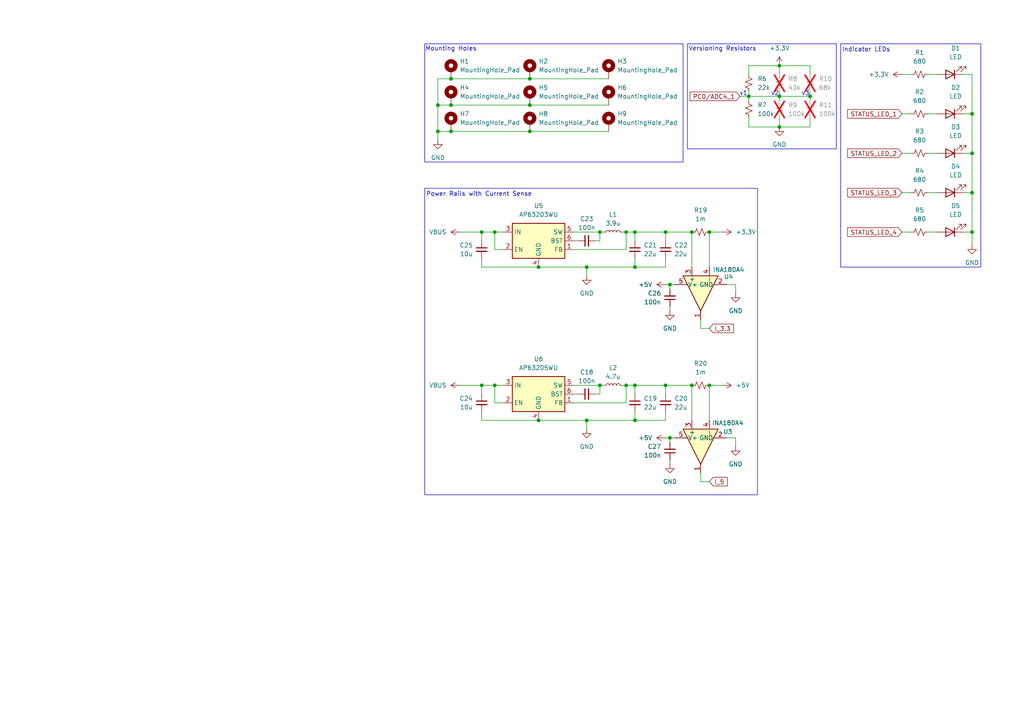
<source format=kicad_sch>
(kicad_sch (version 20250114) (generator "eeschema") (generator_version "9.0")
  (paper "A4")
  (lib_symbols
    (symbol "Amplifier_Current:INA180A4" (pin_names (offset 0.127))
      (property "Reference" "U" (at 3.81 3.81 0))
      (property "Value" "INA180A4" (at 3.81 -2.54 0))
      (symbol "INA180A4_0_1"
        (polyline (pts (xy 5.08 0) (xy -5.08 5.08) (xy -5.08 -5.08) (xy 5.08 0)) (stroke (width 0.254)) (fill (type background)))
      )
      (symbol "INA180A4_1_1"
        (pin input line (at -7.62 2.54 0) (length 2.54) (name "+") (number "3"))
        (pin input line (at -7.62 -2.54 0) (length 2.54) (name "-") (number "4"))
        (pin power_in line (at -2.54 7.62 270) (length 3.81) (name "V+") (number "5"))
        (pin power_in line (at -2.54 -7.62 90) (length 3.81) (name "GND") (number "2"))
        (pin output line (at 7.62 0 180) (length 2.54) (name "~") (number "1"))
      )
    )
    (symbol "Device:C_Small" (pin_numbers (hide yes)) (pin_names (offset 0.254) (hide yes))
      (property "Reference" "C" (at 0.254 1.778 0))
      (property "Value" "C_Small" (at 0.254 -2.032 0))
      (symbol "C_Small_0_1"
        (polyline (pts (xy -1.524 0.508) (xy 1.524 0.508)) (stroke (width 0.3048)))
        (polyline (pts (xy -1.524 -0.508) (xy 1.524 -0.508)) (stroke (width 0.3302)))
      )
      (symbol "C_Small_1_1"
        (pin passive line (at 0 2.54 270) (length 2.032) (name "~") (number "1"))
        (pin passive line (at 0 -2.54 90) (length 2.032) (name "~") (number "2"))
      )
    )
    (symbol "Device:LED" (pin_numbers (hide yes)) (pin_names (offset 1.016) (hide yes))
      (property "Reference" "D" (at 0 2.54 0))
      (property "Value" "LED" (at 0 -2.54 0))
      (symbol "LED_0_1"
        (polyline (pts (xy -3.048 -0.762) (xy -4.572 -2.286) (xy -3.81 -2.286) (xy -4.572 -2.286) (xy -4.572 -1.524)))
        (polyline (pts (xy -1.778 -0.762) (xy -3.302 -2.286) (xy -2.54 -2.286) (xy -3.302 -2.286) (xy -3.302 -1.524)))
        (polyline (pts (xy -1.27 0) (xy 1.27 0)))
        (polyline (pts (xy -1.27 -1.27) (xy -1.27 1.27)) (stroke (width 0.254)))
        (polyline (pts (xy 1.27 -1.27) (xy 1.27 1.27) (xy -1.27 0) (xy 1.27 -1.27)) (stroke (width 0.254)))
      )
      (symbol "LED_1_1"
        (pin passive line (at -3.81 0 0) (length 2.54) (name "K") (number "1"))
        (pin passive line (at 3.81 0 180) (length 2.54) (name "A") (number "2"))
      )
    )
    (symbol "Device:L_Small" (pin_numbers (hide yes)) (pin_names (offset 0.254) (hide yes))
      (property "Reference" "L" (at 0.762 1.016 0))
      (property "Value" "L_Small" (at 0.762 -1.016 0))
      (symbol "L_Small_0_1"
        (arc (start 0 2.032) (mid 0.5058 1.524) (end 0 1.016))
        (arc (start 0 1.016) (mid 0.5058 0.508) (end 0 0))
        (arc (start 0 0) (mid 0.5058 -0.508) (end 0 -1.016))
        (arc (start 0 -1.016) (mid 0.5058 -1.524) (end 0 -2.032))
      )
      (symbol "L_Small_1_1"
        (pin passive line (at 0 2.54 270) (length 0.508) (name "~") (number "1"))
        (pin passive line (at 0 -2.54 90) (length 0.508) (name "~") (number "2"))
      )
    )
    (symbol "Device:R_Small_US" (pin_numbers (hide yes)) (pin_names (offset 0.254) (hide yes))
      (property "Reference" "R" (at 0.762 0.508 0))
      (property "Value" "R_Small_US" (at 0.762 -1.016 0))
      (symbol "R_Small_US_1_1"
        (polyline (pts (xy 0 1.524) (xy 1.016 1.143) (xy 0 0.762) (xy -1.016 0.381) (xy 0 0)))
        (polyline (pts (xy 0 0) (xy 1.016 -0.381) (xy 0 -0.762) (xy -1.016 -1.143) (xy 0 -1.524)))
        (pin passive line (at 0 2.54 270) (length 1.016) (name "~") (number "1"))
        (pin passive line (at 0 -2.54 90) (length 1.016) (name "~") (number "2"))
      )
    )
    (symbol "Mechanical:MountingHole_Pad" (pin_numbers (hide yes)) (pin_names (offset 1.016) (hide yes)) (exclude_from_sim yes) (in_bom no)
      (property "Reference" "H" (at 0 6.35 0))
      (property "Value" "MountingHole_Pad" (at 0 4.445 0))
      (symbol "MountingHole_Pad_0_1"
        (circle (center 0 1.27) (radius 1.27) (stroke (width 1.27)))
      )
      (symbol "MountingHole_Pad_1_1"
        (pin input line (at 0 -2.54 90) (length 2.54) (name "1") (number "1"))
      )
    )
    (symbol "Regulator_Switching:AP63203WU"
      (property "Reference" "U" (at -7.62 6.35 0))
      (property "Value" "AP63203WU" (at 2.54 6.35 0))
      (symbol "AP63203WU_0_1"
        (rectangle (start -7.62 5.08) (end 7.62 -5.08) (stroke (width 0.254)) (fill (type background)))
      )
      (symbol "AP63203WU_1_1"
        (pin power_in line (at -10.16 2.54 0) (length 2.54) (name "IN") (number "3"))
        (pin input line (at -10.16 -2.54 0) (length 2.54) (name "EN") (number "2"))
        (pin power_in line (at 0 -7.62 90) (length 2.54) (name "GND") (number "4"))
        (pin output line (at 10.16 2.54 180) (length 2.54) (name "SW") (number "5"))
        (pin passive line (at 10.16 0 180) (length 2.54) (name "BST") (number "6"))
        (pin input line (at 10.16 -2.54 180) (length 2.54) (name "FB") (number "1"))
      )
    )
    (symbol "Regulator_Switching:AP63205WU"
      (property "Reference" "U" (at -7.62 6.35 0))
      (property "Value" "AP63205WU" (at 2.54 6.35 0))
      (symbol "AP63205WU_0_1"
        (rectangle (start -7.62 5.08) (end 7.62 -5.08) (stroke (width 0.254)) (fill (type background)))
      )
      (symbol "AP63205WU_1_1"
        (pin power_in line (at -10.16 2.54 0) (length 2.54) (name "IN") (number "3"))
        (pin input line (at -10.16 -2.54 0) (length 2.54) (name "EN") (number "2"))
        (pin power_in line (at 0 -7.62 90) (length 2.54) (name "GND") (number "4"))
        (pin output line (at 10.16 2.54 180) (length 2.54) (name "SW") (number "5"))
        (pin passive line (at 10.16 0 180) (length 2.54) (name "BST") (number "6"))
        (pin input line (at 10.16 -2.54 180) (length 2.54) (name "FB") (number "1"))
      )
    )
    (symbol "power:+3.3V" (power) (pin_numbers (hide yes)) (pin_names (offset 0) (hide yes))
      (property "Value" "+3.3V" (at 0 3.556 0))
      (symbol "+3.3V_0_1"
        (polyline (pts (xy -0.762 1.27) (xy 0 2.54)))
        (polyline (pts (xy 0 2.54) (xy 0.762 1.27)))
        (polyline (pts (xy 0 0) (xy 0 2.54)))
      )
      (symbol "+3.3V_1_1"
        (pin power_in line (at 0 0 90) (length 0) (name "~") (number "1"))
      )
    )
    (symbol "power:+5V" (power) (pin_numbers (hide yes)) (pin_names (offset 0) (hide yes))
      (property "Value" "+5V" (at 0 3.556 0))
      (symbol "+5V_0_1"
        (polyline (pts (xy -0.762 1.27) (xy 0 2.54)))
        (polyline (pts (xy 0 2.54) (xy 0.762 1.27)))
        (polyline (pts (xy 0 0) (xy 0 2.54)))
      )
      (symbol "+5V_1_1"
        (pin power_in line (at 0 0 90) (length 0) (name "~") (number "1"))
      )
    )
    (symbol "power:GND" (power) (pin_numbers (hide yes)) (pin_names (offset 0) (hide yes))
      (property "Value" "GND" (at 0 -3.81 0))
      (symbol "GND_0_1"
        (polyline (pts (xy 0 0) (xy 0 -1.27) (xy 1.27 -1.27) (xy 0 -2.54) (xy -1.27 -1.27) (xy 0 -1.27)))
      )
      (symbol "GND_1_1"
        (pin power_in line (at 0 0 270) (length 0) (name "~") (number "1"))
      )
    )
    (symbol "power:VBUS" (power) (pin_numbers (hide yes)) (pin_names (offset 0) (hide yes))
      (property "Value" "VBUS" (at 0 3.556 0))
      (symbol "VBUS_0_1"
        (polyline (pts (xy -0.762 1.27) (xy 0 2.54)))
        (polyline (pts (xy 0 2.54) (xy 0.762 1.27)))
        (polyline (pts (xy 0 0) (xy 0 2.54)))
      )
      (symbol "VBUS_1_1"
        (pin power_in line (at 0 0 90) (length 0) (name "~") (number "1"))
      )
    )
  )
  (rectangle (start 123.19 54.61) (end 219.71 143.51))
  (rectangle (start 243.84 12.7) (end 284.48 77.47))
  (rectangle (start 199.39 12.7) (end 242.57 43.18))
  (rectangle (start 123.19 12.7) (end 198.12 46.99))
  (text "Power Rails with Current Sense" (at 138.938 56.388 0) (effects (font (size 1.27 1.27))))
  (text "v1" (at 215.646 27.178 0) (effects (font (size 1.27 1.27))))
  (text "Mounting Holes" (at 130.81 14.224 0) (effects (font (size 1.27 1.27))))
  (text "Versioning Resistors" (at 209.55 14.224 0) (effects (font (size 1.27 1.27))))
  (text "Indicator LEDs" (at 251.206 14.478 0) (effects (font (size 1.27 1.27))))
  (text "v2" (at 224.79 27.178 0) (effects (font (size 1.27 1.27))))
  (text "v3" (at 233.68 27.178 0) (effects (font (size 1.27 1.27))))
  (junction (at 130.81 38.1))
  (junction (at 156.21 77.47))
  (junction (at 281.94 44.45))
  (junction (at 281.94 55.88))
  (junction (at 170.18 121.92))
  (junction (at 226.06 36.83))
  (junction (at 130.81 30.48))
  (junction (at 127 30.48))
  (junction (at 153.67 38.1))
  (junction (at 281.94 67.31))
  (junction (at 194.31 127))
  (junction (at 143.51 111.76))
  (junction (at 205.74 111.76))
  (junction (at 184.15 77.47))
  (junction (at 127 38.1))
  (junction (at 139.7 67.31))
  (junction (at 205.74 67.31))
  (junction (at 153.67 30.48))
  (junction (at 200.66 111.76))
  (junction (at 281.94 33.02))
  (junction (at 170.18 77.47))
  (junction (at 130.81 22.86))
  (junction (at 200.66 67.31))
  (junction (at 173.99 111.76))
  (junction (at 181.61 111.76))
  (junction (at 173.99 67.31))
  (junction (at 217.17 27.94))
  (junction (at 153.67 22.86))
  (junction (at 156.21 121.92))
  (junction (at 193.04 67.31))
  (junction (at 181.61 67.31))
  (junction (at 184.15 111.76))
  (junction (at 193.04 111.76))
  (junction (at 143.51 67.31))
  (junction (at 139.7 111.76))
  (junction (at 226.06 19.05))
  (junction (at 194.31 82.55))
  (junction (at 184.15 121.92))
  (junction (at 226.06 27.94))
  (junction (at 184.15 67.31))
  (junction (at 234.95 27.94))
  (wire (pts (xy 139.7 67.31) (xy 139.7 69.85)))
  (wire (pts (xy 143.51 111.76) (xy 146.05 111.76)))
  (wire (pts (xy 173.99 67.31) (xy 173.99 69.85)))
  (wire (pts (xy 166.37 69.85) (xy 167.64 69.85)))
  (wire (pts (xy 143.51 67.31) (xy 143.51 72.39)))
  (wire (pts (xy 226.06 26.67) (xy 226.06 27.94)))
  (wire (pts (xy 181.61 67.31) (xy 184.15 67.31)))
  (wire (pts (xy 226.06 27.94) (xy 234.95 27.94)))
  (wire (pts (xy 153.67 38.1) (xy 176.53 38.1)))
  (wire (pts (xy 234.95 19.05) (xy 234.95 21.59)))
  (wire (pts (xy 279.4 33.02) (xy 281.94 33.02)))
  (wire (pts (xy 261.62 67.31) (xy 264.16 67.31)))
  (wire (pts (xy 203.2 92.71) (xy 203.2 95.25)))
  (wire (pts (xy 170.18 77.47) (xy 156.21 77.47)))
  (wire (pts (xy 166.37 72.39) (xy 181.61 72.39)))
  (wire (pts (xy 184.15 114.3) (xy 184.15 111.76)))
  (wire (pts (xy 127 38.1) (xy 130.81 38.1)))
  (wire (pts (xy 156.21 121.92) (xy 170.18 121.92)))
  (wire (pts (xy 261.62 21.59) (xy 264.16 21.59)))
  (wire (pts (xy 217.17 19.05) (xy 226.06 19.05)))
  (wire (pts (xy 217.17 26.67) (xy 217.17 27.94)))
  (wire (pts (xy 173.99 67.31) (xy 175.26 67.31)))
  (wire (pts (xy 143.51 72.39) (xy 146.05 72.39)))
  (wire (pts (xy 181.61 111.76) (xy 184.15 111.76)))
  (wire (pts (xy 170.18 77.47) (xy 184.15 77.47)))
  (wire (pts (xy 234.95 36.83) (xy 234.95 34.29)))
  (wire (pts (xy 205.74 111.76) (xy 205.74 121.92)))
  (wire (pts (xy 205.74 67.31) (xy 205.74 77.47)))
  (wire (pts (xy 153.67 30.48) (xy 176.53 30.48)))
  (wire (pts (xy 269.24 33.02) (xy 271.78 33.02)))
  (wire (pts (xy 214.63 27.94) (xy 217.17 27.94)))
  (wire (pts (xy 200.66 111.76) (xy 200.66 121.92)))
  (wire (pts (xy 180.34 67.31) (xy 181.61 67.31)))
  (wire (pts (xy 217.17 27.94) (xy 217.17 29.21)))
  (wire (pts (xy 281.94 67.31) (xy 279.4 67.31)))
  (wire (pts (xy 180.34 111.76) (xy 181.61 111.76)))
  (wire (pts (xy 130.81 30.48) (xy 153.67 30.48)))
  (wire (pts (xy 173.99 111.76) (xy 175.26 111.76)))
  (wire (pts (xy 205.74 67.31) (xy 209.55 67.31)))
  (wire (pts (xy 203.2 137.16) (xy 203.2 139.7)))
  (wire (pts (xy 130.81 22.86) (xy 127 22.86)))
  (wire (pts (xy 281.94 21.59) (xy 281.94 33.02)))
  (wire (pts (xy 143.51 67.31) (xy 146.05 67.31)))
  (wire (pts (xy 200.66 67.31) (xy 200.66 77.47)))
  (wire (pts (xy 139.7 77.47) (xy 156.21 77.47)))
  (wire (pts (xy 139.7 119.38) (xy 139.7 121.92)))
  (wire (pts (xy 281.94 67.31) (xy 281.94 71.12)))
  (wire (pts (xy 139.7 111.76) (xy 139.7 114.3)))
  (wire (pts (xy 130.81 38.1) (xy 153.67 38.1)))
  (wire (pts (xy 193.04 111.76) (xy 184.15 111.76)))
  (wire (pts (xy 194.31 133.35) (xy 194.31 134.62)))
  (wire (pts (xy 193.04 121.92) (xy 193.04 119.38)))
  (wire (pts (xy 184.15 67.31) (xy 184.15 69.85)))
  (wire (pts (xy 153.67 22.86) (xy 176.53 22.86)))
  (wire (pts (xy 217.17 36.83) (xy 226.06 36.83)))
  (wire (pts (xy 170.18 121.92) (xy 184.15 121.92)))
  (wire (pts (xy 184.15 74.93) (xy 184.15 77.47)))
  (wire (pts (xy 194.31 88.9) (xy 194.31 90.17)))
  (wire (pts (xy 139.7 67.31) (xy 143.51 67.31)))
  (wire (pts (xy 166.37 114.3) (xy 167.64 114.3)))
  (wire (pts (xy 269.24 55.88) (xy 271.78 55.88)))
  (wire (pts (xy 217.17 27.94) (xy 226.06 27.94)))
  (wire (pts (xy 269.24 21.59) (xy 271.78 21.59)))
  (wire (pts (xy 170.18 121.92) (xy 170.18 124.46)))
  (wire (pts (xy 127 22.86) (xy 127 30.48)))
  (wire (pts (xy 193.04 114.3) (xy 193.04 111.76)))
  (wire (pts (xy 234.95 26.67) (xy 234.95 27.94)))
  (wire (pts (xy 217.17 34.29) (xy 217.17 36.83)))
  (wire (pts (xy 184.15 67.31) (xy 193.04 67.31)))
  (wire (pts (xy 170.18 77.47) (xy 170.18 80.01)))
  (wire (pts (xy 127 30.48) (xy 130.81 30.48)))
  (wire (pts (xy 193.04 127) (xy 194.31 127)))
  (wire (pts (xy 184.15 121.92) (xy 193.04 121.92)))
  (wire (pts (xy 194.31 82.55) (xy 195.58 82.55)))
  (wire (pts (xy 217.17 21.59) (xy 217.17 19.05)))
  (wire (pts (xy 279.4 55.88) (xy 281.94 55.88)))
  (wire (pts (xy 281.94 33.02) (xy 281.94 44.45)))
  (wire (pts (xy 133.35 67.31) (xy 139.7 67.31)))
  (wire (pts (xy 226.06 19.05) (xy 226.06 21.59)))
  (wire (pts (xy 261.62 33.02) (xy 264.16 33.02)))
  (wire (pts (xy 139.7 74.93) (xy 139.7 77.47)))
  (wire (pts (xy 279.4 21.59) (xy 281.94 21.59)))
  (wire (pts (xy 281.94 55.88) (xy 281.94 67.31)))
  (wire (pts (xy 127 38.1) (xy 127 40.64)))
  (wire (pts (xy 184.15 77.47) (xy 193.04 77.47)))
  (wire (pts (xy 279.4 44.45) (xy 281.94 44.45)))
  (wire (pts (xy 226.06 34.29) (xy 226.06 36.83)))
  (wire (pts (xy 193.04 67.31) (xy 193.04 69.85)))
  (wire (pts (xy 281.94 44.45) (xy 281.94 55.88)))
  (wire (pts (xy 210.82 127) (xy 213.36 127)))
  (wire (pts (xy 184.15 119.38) (xy 184.15 121.92)))
  (wire (pts (xy 181.61 116.84) (xy 181.61 111.76)))
  (wire (pts (xy 234.95 27.94) (xy 234.95 29.21)))
  (wire (pts (xy 181.61 67.31) (xy 181.61 72.39)))
  (wire (pts (xy 213.36 127) (xy 213.36 129.54)))
  (wire (pts (xy 226.06 19.05) (xy 234.95 19.05)))
  (wire (pts (xy 133.35 111.76) (xy 139.7 111.76)))
  (wire (pts (xy 193.04 111.76) (xy 200.66 111.76)))
  (wire (pts (xy 166.37 111.76) (xy 173.99 111.76)))
  (wire (pts (xy 173.99 114.3) (xy 172.72 114.3)))
  (wire (pts (xy 173.99 111.76) (xy 173.99 114.3)))
  (wire (pts (xy 269.24 44.45) (xy 271.78 44.45)))
  (wire (pts (xy 143.51 111.76) (xy 143.51 116.84)))
  (wire (pts (xy 226.06 36.83) (xy 234.95 36.83)))
  (wire (pts (xy 130.81 22.86) (xy 153.67 22.86)))
  (wire (pts (xy 203.2 139.7) (xy 205.74 139.7)))
  (wire (pts (xy 193.04 82.55) (xy 194.31 82.55)))
  (wire (pts (xy 143.51 116.84) (xy 146.05 116.84)))
  (wire (pts (xy 127 30.48) (xy 127 38.1)))
  (wire (pts (xy 269.24 67.31) (xy 271.78 67.31)))
  (wire (pts (xy 261.62 55.88) (xy 264.16 55.88)))
  (wire (pts (xy 193.04 77.47) (xy 193.04 74.93)))
  (wire (pts (xy 139.7 121.92) (xy 156.21 121.92)))
  (wire (pts (xy 173.99 69.85) (xy 172.72 69.85)))
  (wire (pts (xy 194.31 82.55) (xy 194.31 83.82)))
  (wire (pts (xy 226.06 27.94) (xy 226.06 29.21)))
  (wire (pts (xy 210.82 82.55) (xy 213.36 82.55)))
  (wire (pts (xy 194.31 127) (xy 195.58 127)))
  (wire (pts (xy 194.31 127) (xy 194.31 128.27)))
  (wire (pts (xy 205.74 111.76) (xy 209.55 111.76)))
  (wire (pts (xy 166.37 67.31) (xy 173.99 67.31)))
  (wire (pts (xy 166.37 116.84) (xy 181.61 116.84)))
  (wire (pts (xy 213.36 82.55) (xy 213.36 85.09)))
  (wire (pts (xy 203.2 95.25) (xy 205.74 95.25)))
  (wire (pts (xy 193.04 67.31) (xy 200.66 67.31)))
  (wire (pts (xy 261.62 44.45) (xy 264.16 44.45)))
  (wire (pts (xy 139.7 111.76) (xy 143.51 111.76)))
  (global_label "STATUS_LED_4" (shape input) (at 261.62 67.31 180) (property "Intersheetrefs" "${INTERSHEET_REFS}" (effects (hide yes))))
  (global_label "PC0{slash}ADC4_1" (shape input) (at 214.63 27.94 180) (property "Intersheetrefs" "${INTERSHEET_REFS}" (effects (hide yes))))
  (global_label "STATUS_LED_1" (shape input) (at 261.62 33.02 180) (property "Intersheetrefs" "${INTERSHEET_REFS}" (effects (hide yes))))
  (global_label "STATUS_LED_3" (shape input) (at 261.62 55.88 180) (property "Intersheetrefs" "${INTERSHEET_REFS}" (effects (hide yes))))
  (global_label "STATUS_LED_2" (shape input) (at 261.62 44.45 180) (property "Intersheetrefs" "${INTERSHEET_REFS}" (effects (hide yes))))
  (global_label "I_5" (shape input) (at 205.74 139.7 0) (property "Intersheetrefs" "${INTERSHEET_REFS}" (effects (hide yes))))
  (global_label "I_3.3" (shape input) (at 205.74 95.25 0) (property "Intersheetrefs" "${INTERSHEET_REFS}" (effects (hide yes))))
  (symbol (lib_id "power:VBUS") (at 133.35 67.31 90) (unit 1)
    (property "Reference" "#PWR061" (effects (hide yes)))
    (property "Value" "VBUS" (at 129.54 67.3099 90) (effects (justify left)))
    (property "Description" "Power symbol creates a global label with name \"VBUS\"" (effects (hide yes)))
  )
  (symbol (lib_id "power:GND") (at 281.94 71.12 0) (unit 1)
    (property "Reference" "#PWR01" (effects (hide yes)))
    (property "Value" "GND" (at 281.94 76.2 0))
    (property "Description" "Power symbol creates a global label with name \"GND\" , ground" (effects (hide yes)))
  )
  (symbol (lib_id "power:+3.3V") (at 261.62 21.59 90) (unit 1)
    (property "Reference" "#PWR05" (effects (hide yes)))
    (property "Value" "+3.3V" (at 257.81 21.5899 90) (effects (justify left)))
    (property "Description" "Power symbol creates a global label with name \"+3.3V\"" (effects (hide yes)))
  )
  (symbol (lib_id "power:GND") (at 170.18 80.01 0) (unit 1)
    (property "Reference" "#PWR064" (effects (hide yes)))
    (property "Value" "GND" (at 170.18 85.09 0))
    (property "Description" "Power symbol creates a global label with name \"GND\" , ground" (effects (hide yes)))
  )
  (symbol (lib_id "power:+5V") (at 193.04 82.55 90) (unit 1)
    (property "Reference" "#PWR069" (effects (hide yes)))
    (property "Value" "+5V" (at 189.23 82.5499 90) (effects (justify left)))
    (property "Description" "Power symbol creates a global label with name \"+5V\"" (effects (hide yes)))
  )
  (symbol (lib_id "power:+5V") (at 193.04 127 90) (unit 1)
    (property "Reference" "#PWR068" (effects (hide yes)))
    (property "Value" "+5V" (at 189.23 126.9999 90) (effects (justify left)))
    (property "Description" "Power symbol creates a global label with name \"+5V\"" (effects (hide yes)))
  )
  (symbol (lib_id "power:+3.3V") (at 226.06 19.05 0) (unit 1)
    (property "Reference" "#PWR03" (effects (hide yes)))
    (property "Value" "+3.3V" (at 226.06 13.97 0))
    (property "Description" "Power symbol creates a global label with name \"+3.3V\"" (effects (hide yes)))
  )
  (symbol (lib_id "Device:C_Small") (at 139.7 72.39 0) (mirror y) (unit 1)
    (property "Reference" "C25" (at 137.16 71.1262 0) (effects (justify left)))
    (property "Value" "10u" (at 137.16 73.6662 0) (effects (justify left)))
    (property "Footprint" "Capacitor_SMD:C_1210_3225Metric" (effects (hide yes)))
    (property "Description" "Unpolarized capacitor, small symbol" (effects (hide yes)))
  )
  (symbol (lib_id "power:GND") (at 170.18 124.46 0) (unit 1)
    (property "Reference" "#PWR066" (effects (hide yes)))
    (property "Value" "GND" (at 170.18 129.54 0))
    (property "Description" "Power symbol creates a global label with name \"GND\" , ground" (effects (hide yes)))
  )
  (symbol (lib_id "Device:R_Small_US") (at 266.7 67.31 90) (unit 1)
    (property "Reference" "R5" (at 266.7 60.96 90))
    (property "Value" "680" (at 266.7 63.5 90))
    (property "Footprint" "Resistor_SMD:R_0603_1608Metric" (effects (hide yes)))
    (property "Description" "Resistor, small US symbol" (effects (hide yes)))
  )
  (symbol (lib_id "Device:C_Small") (at 139.7 116.84 0) (mirror y) (unit 1)
    (property "Reference" "C24" (at 137.16 115.5762 0) (effects (justify left)))
    (property "Value" "10u" (at 137.16 118.1162 0) (effects (justify left)))
    (property "Footprint" "Capacitor_SMD:C_1210_3225Metric" (effects (hide yes)))
    (property "Description" "Unpolarized capacitor, small symbol" (effects (hide yes)))
  )
  (symbol (lib_id "Regulator_Switching:AP63205WU") (at 156.21 114.3 0) (unit 1)
    (property "Reference" "U6" (at 156.21 104.14 0))
    (property "Value" "AP63205WU" (at 156.21 106.68 0))
    (property "Footprint" "Package_TO_SOT_SMD:TSOT-23-6" (effects (hide yes)))
    (property "Datasheet" "https://www.diodes.com/assets/Datasheets/AP63200-AP63201-AP63203-AP63205.pdf" (effects (hide yes)))
    (property "Description" "2A, 1.1MHz Buck DC/DC Converter, fixed 5.0V output voltage, TSOT-23-6" (effects (hide yes)))
  )
  (symbol (lib_id "Device:R_Small_US") (at 226.06 24.13 0) (unit 1) (dnp yes)
    (property "Reference" "R8" (at 228.6 22.8599 0) (effects (justify left)))
    (property "Value" "43k" (at 228.6 25.3999 0) (effects (justify left)))
    (property "Footprint" "Resistor_SMD:R_0603_1608Metric" (effects (hide yes)))
    (property "Description" "Resistor, small US symbol" (effects (hide yes)))
  )
  (symbol (lib_id "power:VBUS") (at 133.35 111.76 90) (unit 1)
    (property "Reference" "#PWR065" (effects (hide yes)))
    (property "Value" "VBUS" (at 129.54 111.7599 90) (effects (justify left)))
    (property "Description" "Power symbol creates a global label with name \"VBUS\"" (effects (hide yes)))
  )
  (symbol (lib_id "power:GND") (at 213.36 85.09 0) (unit 1)
    (property "Reference" "#PWR070" (effects (hide yes)))
    (property "Value" "GND" (at 213.36 90.17 0))
    (property "Description" "Power symbol creates a global label with name \"GND\" , ground" (effects (hide yes)))
  )
  (symbol (lib_id "Device:LED") (at 275.59 44.45 180) (unit 1)
    (property "Reference" "D3" (at 277.1775 36.83 0))
    (property "Value" "LED" (at 277.1775 39.37 0))
    (property "Footprint" "LED_SMD:LED_0805_2012Metric_Pad1.15x1.40mm_HandSolder" (effects (hide yes)))
    (property "Description" "Light emitting diode" (effects (hide yes)))
    (property "Sim.Pins" "1=K 2=A" (effects (hide yes)))
  )
  (symbol (lib_id "Regulator_Switching:AP63203WU") (at 156.21 69.85 0) (unit 1)
    (property "Reference" "U5" (at 156.21 59.69 0))
    (property "Value" "AP63203WU" (at 156.21 62.23 0))
    (property "Footprint" "Package_TO_SOT_SMD:TSOT-23-6" (effects (hide yes)))
    (property "Datasheet" "https://www.diodes.com/assets/Datasheets/AP63200-AP63201-AP63203-AP63205.pdf" (effects (hide yes)))
    (property "Description" "2A, 1.1MHz Buck DC/DC Converter, fixed 3.3V output voltage, TSOT-23-6" (effects (hide yes)))
  )
  (symbol (lib_id "Mechanical:MountingHole_Pad") (at 153.67 20.32 0) (unit 1) (exclude_from_sim yes) (in_bom no)
    (property "Reference" "H2" (at 156.21 17.7799 0) (effects (justify left)))
    (property "Value" "MountingHole_Pad" (at 156.21 20.3199 0) (effects (justify left)))
    (property "Footprint" "MountingHole:MountingHole_3.2mm_M3_Pad" (effects (hide yes)))
    (property "Description" "Mounting Hole with connection" (effects (hide yes)))
  )
  (symbol (lib_id "Device:C_Small") (at 184.15 116.84 0) (unit 1)
    (property "Reference" "C19" (at 186.69 115.5762 0) (effects (justify left)))
    (property "Value" "22u" (at 186.69 118.1162 0) (effects (justify left)))
    (property "Footprint" "Capacitor_SMD:C_1210_3225Metric" (effects (hide yes)))
    (property "Description" "Unpolarized capacitor, small symbol" (effects (hide yes)))
  )
  (symbol (lib_id "Mechanical:MountingHole_Pad") (at 176.53 35.56 0) (unit 1) (exclude_from_sim yes) (in_bom no)
    (property "Reference" "H9" (at 179.07 33.0199 0) (effects (justify left)))
    (property "Value" "MountingHole_Pad" (at 179.07 35.5599 0) (effects (justify left)))
    (property "Footprint" "MountingHole:MountingHole_3.2mm_M3_Pad" (effects (hide yes)))
    (property "Description" "Mounting Hole with connection" (effects (hide yes)))
  )
  (symbol (lib_id "power:+5V") (at 209.55 111.76 270) (unit 1)
    (property "Reference" "#PWR063" (effects (hide yes)))
    (property "Value" "+5V" (at 213.36 111.7599 90) (effects (justify left)))
    (property "Description" "Power symbol creates a global label with name \"+5V\"" (effects (hide yes)))
  )
  (symbol (lib_id "Amplifier_Current:INA180A4") (at 203.2 129.54 90) (mirror x) (unit 1)
    (property "Reference" "U3" (at 211.074 125.222 90))
    (property "Value" "INA180A4" (at 211.074 122.682 90))
    (property "Footprint" "Package_TO_SOT_SMD:SOT-23-5" (effects (hide yes)))
    (property "Datasheet" "http://www.ti.com/lit/ds/symlink/ina180.pdf" (effects (hide yes)))
    (property "Description" "Current Sense Amplifier, 1 Circuit, Rail-to-Rail, 26V, Gain 200 V/V, SOT-23-5" (effects (hide yes)))
  )
  (symbol (lib_id "power:GND") (at 194.31 134.62 0) (unit 1)
    (property "Reference" "#PWR072" (effects (hide yes)))
    (property "Value" "GND" (at 194.31 139.7 0))
    (property "Description" "Power symbol creates a global label with name \"GND\" , ground" (effects (hide yes)))
  )
  (symbol (lib_id "Device:LED") (at 275.59 55.88 180) (unit 1)
    (property "Reference" "D4" (at 277.1775 48.26 0))
    (property "Value" "LED" (at 277.1775 50.8 0))
    (property "Footprint" "LED_SMD:LED_0805_2012Metric_Pad1.15x1.40mm_HandSolder" (effects (hide yes)))
    (property "Description" "Light emitting diode" (effects (hide yes)))
    (property "Sim.Pins" "1=K 2=A" (effects (hide yes)))
  )
  (symbol (lib_id "Device:R_Small_US") (at 203.2 111.76 270) (unit 1)
    (property "Reference" "R20" (at 203.2 105.41 90))
    (property "Value" "1m" (at 203.2 107.95 90))
    (property "Footprint" "Resistor_SMD:R_1206_3216Metric" (effects (hide yes)))
    (property "Description" "Resistor, small US symbol" (effects (hide yes)))
  )
  (symbol (lib_id "power:+3.3V") (at 209.55 67.31 270) (unit 1)
    (property "Reference" "#PWR062" (effects (hide yes)))
    (property "Value" "+3.3V" (at 213.36 67.3099 90) (effects (justify left)))
    (property "Description" "Power symbol creates a global label with name \"+3.3V\"" (effects (hide yes)))
  )
  (symbol (lib_id "Device:L_Small") (at 177.8 111.76 90) (unit 1)
    (property "Reference" "L2" (at 177.8 106.68 90))
    (property "Value" "4.7u" (at 177.8 109.22 90))
    (property "Description" "Inductor, small symbol" (effects (hide yes)))
  )
  (symbol (lib_id "power:GND") (at 127 40.64 0) (unit 1)
    (property "Reference" "#PWR08" (effects (hide yes)))
    (property "Value" "GND" (at 127 45.72 0))
    (property "Description" "Power symbol creates a global label with name \"GND\" , ground" (effects (hide yes)))
  )
  (symbol (lib_id "power:GND") (at 213.36 129.54 0) (unit 1)
    (property "Reference" "#PWR067" (effects (hide yes)))
    (property "Value" "GND" (at 213.36 134.62 0))
    (property "Description" "Power symbol creates a global label with name \"GND\" , ground" (effects (hide yes)))
  )
  (symbol (lib_id "Mechanical:MountingHole_Pad") (at 153.67 27.94 0) (unit 1) (exclude_from_sim yes) (in_bom no)
    (property "Reference" "H5" (at 156.21 25.3999 0) (effects (justify left)))
    (property "Value" "MountingHole_Pad" (at 156.21 27.9399 0) (effects (justify left)))
    (property "Footprint" "MountingHole:MountingHole_3.2mm_M3_Pad" (effects (hide yes)))
    (property "Description" "Mounting Hole with connection" (effects (hide yes)))
  )
  (symbol (lib_id "Device:C_Small") (at 193.04 116.84 0) (unit 1)
    (property "Reference" "C20" (at 195.58 115.5762 0) (effects (justify left)))
    (property "Value" "22u" (at 195.58 118.1162 0) (effects (justify left)))
    (property "Footprint" "Capacitor_SMD:C_1210_3225Metric" (effects (hide yes)))
    (property "Description" "Unpolarized capacitor, small symbol" (effects (hide yes)))
  )
  (symbol (lib_id "Amplifier_Current:INA180A4") (at 203.2 85.09 90) (mirror x) (unit 1)
    (property "Reference" "U4" (at 211.328 80.264 90))
    (property "Value" "INA180A4" (at 211.328 78.232 90))
    (property "Footprint" "Package_TO_SOT_SMD:SOT-23-5" (effects (hide yes)))
    (property "Datasheet" "http://www.ti.com/lit/ds/symlink/ina180.pdf" (effects (hide yes)))
    (property "Description" "Current Sense Amplifier, 1 Circuit, Rail-to-Rail, 26V, Gain 200 V/V, SOT-23-5" (effects (hide yes)))
  )
  (symbol (lib_id "Device:LED") (at 275.59 33.02 180) (unit 1)
    (property "Reference" "D2" (at 277.1775 25.4 0))
    (property "Value" "LED" (at 277.1775 27.94 0))
    (property "Footprint" "LED_SMD:LED_0805_2012Metric_Pad1.15x1.40mm_HandSolder" (effects (hide yes)))
    (property "Description" "Light emitting diode" (effects (hide yes)))
    (property "Sim.Pins" "1=K 2=A" (effects (hide yes)))
  )
  (symbol (lib_id "Device:R_Small_US") (at 266.7 33.02 90) (unit 1)
    (property "Reference" "R2" (at 266.7 26.67 90))
    (property "Value" "680" (at 266.7 29.21 90))
    (property "Footprint" "Resistor_SMD:R_0603_1608Metric" (effects (hide yes)))
    (property "Description" "Resistor, small US symbol" (effects (hide yes)))
  )
  (symbol (lib_id "Device:C_Small") (at 194.31 130.81 0) (mirror x) (unit 1)
    (property "Reference" "C27" (at 191.77 129.5335 0) (effects (justify right)))
    (property "Value" "100n" (at 191.77 132.0735 0) (effects (justify right)))
    (property "Footprint" "Capacitor_SMD:C_0603_1608Metric" (effects (hide yes)))
    (property "Description" "Unpolarized capacitor, small symbol" (effects (hide yes)))
  )
  (symbol (lib_id "Device:R_Small_US") (at 203.2 67.31 90) (unit 1)
    (property "Reference" "R19" (at 203.2 60.96 90))
    (property "Value" "1m" (at 203.2 63.5 90))
    (property "Footprint" "Resistor_SMD:R_1206_3216Metric" (effects (hide yes)))
    (property "Description" "Resistor, small US symbol" (effects (hide yes)))
  )
  (symbol (lib_id "power:GND") (at 226.06 36.83 0) (unit 1)
    (property "Reference" "#PWR02" (effects (hide yes)))
    (property "Value" "GND" (at 226.06 41.91 0))
    (property "Description" "Power symbol creates a global label with name \"GND\" , ground" (effects (hide yes)))
  )
  (symbol (lib_id "Device:R_Small_US") (at 234.95 24.13 0) (unit 1) (dnp yes)
    (property "Reference" "R10" (at 237.49 22.8599 0) (effects (justify left)))
    (property "Value" "68k" (at 237.49 25.3999 0) (effects (justify left)))
    (property "Footprint" "Resistor_SMD:R_0603_1608Metric" (effects (hide yes)))
    (property "Description" "Resistor, small US symbol" (effects (hide yes)))
  )
  (symbol (lib_id "Device:R_Small_US") (at 226.06 31.75 0) (unit 1) (dnp yes)
    (property "Reference" "R9" (at 228.6 30.4799 0) (effects (justify left)))
    (property "Value" "100k" (at 228.6 33.0199 0) (effects (justify left)))
    (property "Footprint" "Resistor_SMD:R_0603_1608Metric" (effects (hide yes)))
    (property "Description" "Resistor, small US symbol" (effects (hide yes)))
  )
  (symbol (lib_id "Device:C_Small") (at 184.15 72.39 0) (unit 1)
    (property "Reference" "C21" (at 186.69 71.1262 0) (effects (justify left)))
    (property "Value" "22u" (at 186.69 73.66 0) (effects (justify left)))
    (property "Footprint" "Capacitor_SMD:C_1210_3225Metric" (effects (hide yes)))
    (property "Description" "Unpolarized capacitor, small symbol" (effects (hide yes)))
  )
  (symbol (lib_id "Device:L_Small") (at 177.8 67.31 90) (unit 1)
    (property "Reference" "L1" (at 177.8 62.23 90))
    (property "Value" "3.9u" (at 177.8 64.77 90))
    (property "Description" "Inductor, small symbol" (effects (hide yes)))
  )
  (symbol (lib_id "Mechanical:MountingHole_Pad") (at 153.67 35.56 0) (unit 1) (exclude_from_sim yes) (in_bom no)
    (property "Reference" "H8" (at 156.21 33.0199 0) (effects (justify left)))
    (property "Value" "MountingHole_Pad" (at 156.21 35.5599 0) (effects (justify left)))
    (property "Footprint" "MountingHole:MountingHole_3.2mm_M3_Pad" (effects (hide yes)))
    (property "Description" "Mounting Hole with connection" (effects (hide yes)))
  )
  (symbol (lib_id "Device:C_Small") (at 194.31 86.36 0) (mirror x) (unit 1)
    (property "Reference" "C26" (at 191.77 85.0835 0) (effects (justify right)))
    (property "Value" "100n" (at 191.77 87.6235 0) (effects (justify right)))
    (property "Footprint" "Capacitor_SMD:C_0603_1608Metric" (effects (hide yes)))
    (property "Description" "Unpolarized capacitor, small symbol" (effects (hide yes)))
  )
  (symbol (lib_id "Device:LED") (at 275.59 21.59 180) (unit 1)
    (property "Reference" "D1" (at 277.1775 13.97 0))
    (property "Value" "LED" (at 277.1775 16.51 0))
    (property "Footprint" "LED_SMD:LED_0805_2012Metric_Pad1.15x1.40mm_HandSolder" (effects (hide yes)))
    (property "Description" "Light emitting diode" (effects (hide yes)))
    (property "Sim.Pins" "1=K 2=A" (effects (hide yes)))
  )
  (symbol (lib_id "Mechanical:MountingHole_Pad") (at 130.81 20.32 0) (unit 1) (exclude_from_sim yes) (in_bom no)
    (property "Reference" "H1" (at 133.35 17.7799 0) (effects (justify left)))
    (property "Value" "MountingHole_Pad" (at 133.35 20.3199 0) (effects (justify left)))
    (property "Footprint" "MountingHole:MountingHole_3.2mm_M3_Pad" (effects (hide yes)))
    (property "Description" "Mounting Hole with connection" (effects (hide yes)))
  )
  (symbol (lib_id "Device:R_Small_US") (at 266.7 21.59 90) (unit 1)
    (property "Reference" "R1" (at 266.7 15.24 90))
    (property "Value" "680" (at 266.7 17.78 90))
    (property "Footprint" "Resistor_SMD:R_0603_1608Metric" (effects (hide yes)))
    (property "Description" "Resistor, small US symbol" (effects (hide yes)))
  )
  (symbol (lib_id "power:GND") (at 194.31 90.17 0) (unit 1)
    (property "Reference" "#PWR071" (effects (hide yes)))
    (property "Value" "GND" (at 194.31 95.25 0))
    (property "Description" "Power symbol creates a global label with name \"GND\" , ground" (effects (hide yes)))
  )
  (symbol (lib_id "Device:R_Small_US") (at 266.7 55.88 90) (unit 1)
    (property "Reference" "R4" (at 266.7 49.53 90))
    (property "Value" "680" (at 266.7 52.07 90))
    (property "Footprint" "Resistor_SMD:R_0603_1608Metric" (effects (hide yes)))
    (property "Description" "Resistor, small US symbol" (effects (hide yes)))
  )
  (symbol (lib_id "Device:C_Small") (at 170.18 114.3 90) (unit 1)
    (property "Reference" "C18" (at 170.1863 107.95 90))
    (property "Value" "100n" (at 170.1863 110.49 90))
    (property "Footprint" "Capacitor_SMD:C_0603_1608Metric" (effects (hide yes)))
    (property "Description" "Unpolarized capacitor, small symbol" (effects (hide yes)))
  )
  (symbol (lib_id "Device:R_Small_US") (at 217.17 31.75 0) (unit 1)
    (property "Reference" "R7" (at 219.71 30.4799 0) (effects (justify left)))
    (property "Value" "100k" (at 219.71 33.0199 0) (effects (justify left)))
    (property "Footprint" "Resistor_SMD:R_0603_1608Metric" (effects (hide yes)))
    (property "Description" "Resistor, small US symbol" (effects (hide yes)))
  )
  (symbol (lib_id "Device:C_Small") (at 170.18 69.85 90) (unit 1)
    (property "Reference" "C23" (at 170.1863 63.5 90))
    (property "Value" "100n" (at 170.1863 66.04 90))
    (property "Footprint" "Capacitor_SMD:C_0603_1608Metric" (effects (hide yes)))
    (property "Description" "Unpolarized capacitor, small symbol" (effects (hide yes)))
  )
  (symbol (lib_id "Mechanical:MountingHole_Pad") (at 176.53 27.94 0) (unit 1) (exclude_from_sim yes) (in_bom no)
    (property "Reference" "H6" (at 179.07 25.3999 0) (effects (justify left)))
    (property "Value" "MountingHole_Pad" (at 179.07 27.9399 0) (effects (justify left)))
    (property "Footprint" "MountingHole:MountingHole_3.2mm_M3_Pad" (effects (hide yes)))
    (property "Description" "Mounting Hole with connection" (effects (hide yes)))
  )
  (symbol (lib_id "Device:R_Small_US") (at 234.95 31.75 0) (unit 1) (dnp yes)
    (property "Reference" "R11" (at 237.49 30.4799 0) (effects (justify left)))
    (property "Value" "100k" (at 237.49 33.0199 0) (effects (justify left)))
    (property "Footprint" "Resistor_SMD:R_0603_1608Metric" (effects (hide yes)))
    (property "Description" "Resistor, small US symbol" (effects (hide yes)))
  )
  (symbol (lib_id "Device:LED") (at 275.59 67.31 180) (unit 1)
    (property "Reference" "D5" (at 277.1775 59.69 0))
    (property "Value" "LED" (at 277.1775 62.23 0))
    (property "Footprint" "LED_SMD:LED_0805_2012Metric_Pad1.15x1.40mm_HandSolder" (effects (hide yes)))
    (property "Description" "Light emitting diode" (effects (hide yes)))
    (property "Sim.Pins" "1=K 2=A" (effects (hide yes)))
  )
  (symbol (lib_id "Device:C_Small") (at 193.04 72.39 0) (unit 1)
    (property "Reference" "C22" (at 195.58 71.1262 0) (effects (justify left)))
    (property "Value" "22u" (at 195.58 73.6662 0) (effects (justify left)))
    (property "Footprint" "Capacitor_SMD:C_1210_3225Metric" (effects (hide yes)))
    (property "Description" "Unpolarized capacitor, small symbol" (effects (hide yes)))
  )
  (symbol (lib_id "Device:R_Small_US") (at 217.17 24.13 0) (unit 1)
    (property "Reference" "R6" (at 219.71 22.8599 0) (effects (justify left)))
    (property "Value" "22k" (at 219.71 25.3999 0) (effects (justify left)))
    (property "Footprint" "Resistor_SMD:R_0603_1608Metric" (effects (hide yes)))
    (property "Description" "Resistor, small US symbol" (effects (hide yes)))
  )
  (symbol (lib_id "Device:R_Small_US") (at 266.7 44.45 90) (unit 1)
    (property "Reference" "R3" (at 266.7 38.1 90))
    (property "Value" "680" (at 266.7 40.64 90))
    (property "Footprint" "Resistor_SMD:R_0603_1608Metric" (effects (hide yes)))
    (property "Description" "Resistor, small US symbol" (effects (hide yes)))
  )
  (symbol (lib_id "Mechanical:MountingHole_Pad") (at 130.81 35.56 0) (unit 1) (exclude_from_sim yes) (in_bom no)
    (property "Reference" "H7" (at 133.35 33.0199 0) (effects (justify left)))
    (property "Value" "MountingHole_Pad" (at 133.35 35.5599 0) (effects (justify left)))
    (property "Footprint" "MountingHole:MountingHole_3.2mm_M3_Pad" (effects (hide yes)))
    (property "Description" "Mounting Hole with connection" (effects (hide yes)))
  )
  (symbol (lib_id "Mechanical:MountingHole_Pad") (at 130.81 27.94 0) (unit 1) (exclude_from_sim yes) (in_bom no)
    (property "Reference" "H4" (at 133.35 25.3999 0) (effects (justify left)))
    (property "Value" "MountingHole_Pad" (at 133.35 27.9399 0) (effects (justify left)))
    (property "Footprint" "MountingHole:MountingHole_3.2mm_M3_Pad" (effects (hide yes)))
    (property "Description" "Mounting Hole with connection" (effects (hide yes)))
  )
  (symbol (lib_id "Mechanical:MountingHole_Pad") (at 176.53 20.32 0) (unit 1) (exclude_from_sim yes) (in_bom no)
    (property "Reference" "H3" (at 179.07 17.7799 0) (effects (justify left)))
    (property "Value" "MountingHole_Pad" (at 179.07 20.3199 0) (effects (justify left)))
    (property "Footprint" "MountingHole:MountingHole_3.2mm_M3_Pad" (effects (hide yes)))
    (property "Description" "Mounting Hole with connection" (effects (hide yes)))
  )
)
</source>
